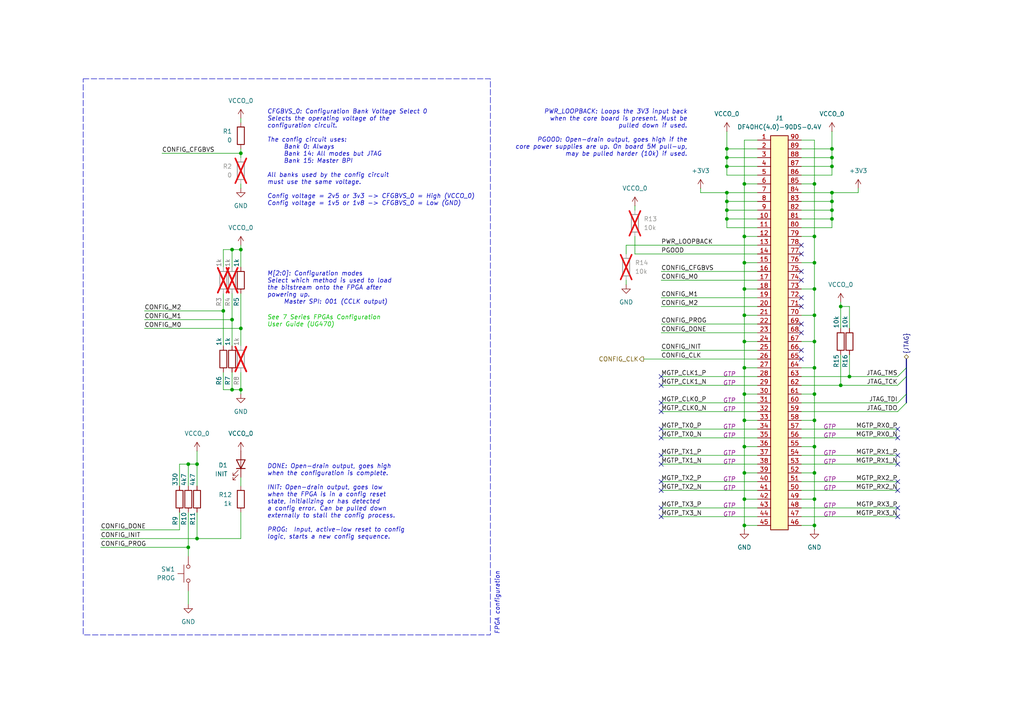
<source format=kicad_sch>
(kicad_sch (version 20250114) (generator "eeschema") (generator_version "9.0")
  (paper "A4")
  (title_block (title "nuku.carrier.template.basic") (date "2025-06-09") (rev "0") (company "Samuel López Asunción") (comment 1 "@supersmau"))
  (lib_symbols
    (symbol "DF40HC(4.0)-90DS-0.4V_1"
      (property "Reference" "J" (at 0 3.81 0))
      (property "Value" "DF40HC(4.0)-90DS-0.4V" (at 0 1.27 0))
      (symbol "DF40HC(4.0)-90DS-0.4V_1_0_1"
        (rectangle (start 0 0) (end 5.08 -114.3) (stroke (width 0.254)) (fill (type background)))
      )
      (symbol "DF40HC(4.0)-90DS-0.4V_1_1_1"
        (pin passive line (at -3.81 -1.27 0) (length 3.81) (name "") (number "1"))
        (pin passive line (at -3.81 -3.81 0) (length 3.81) (name "") (number "2"))
        (pin passive line (at -3.81 -6.35 0) (length 3.81) (name "") (number "3"))
        (pin passive line (at -3.81 -8.89 0) (length 3.81) (name "") (number "4"))
        (pin passive line (at -3.81 -11.43 0) (length 3.81) (name "") (number "5"))
        (pin passive line (at -3.81 -13.97 0) (length 3.81) (name "") (number "6"))
        (pin passive line (at -3.81 -16.51 0) (length 3.81) (name "") (number "7"))
        (pin passive line (at -3.81 -19.05 0) (length 3.81) (name "") (number "8"))
        (pin passive line (at -3.81 -21.59 0) (length 3.81) (name "") (number "9"))
        (pin passive line (at -3.81 -24.13 0) (length 3.81) (name "") (number "10"))
        (pin passive line (at -3.81 -26.67 0) (length 3.81) (name "") (number "11"))
        (pin passive line (at -3.81 -29.21 0) (length 3.81) (name "") (number "12"))
        (pin passive line (at -3.81 -31.75 0) (length 3.81) (name "") (number "13"))
        (pin passive line (at -3.81 -34.29 0) (length 3.81) (name "") (number "14"))
        (pin passive line (at -3.81 -36.83 0) (length 3.81) (name "") (number "15"))
        (pin passive line (at -3.81 -39.37 0) (length 3.81) (name "") (number "16"))
        (pin passive line (at -3.81 -41.91 0) (length 3.81) (name "") (number "17"))
        (pin passive line (at -3.81 -44.45 0) (length 3.81) (name "") (number "18"))
        (pin passive line (at -3.81 -46.99 0) (length 3.81) (name "") (number "19"))
        (pin passive line (at -3.81 -49.53 0) (length 3.81) (name "") (number "20"))
        (pin passive line (at -3.81 -52.07 0) (length 3.81) (name "") (number "21"))
        (pin passive line (at -3.81 -54.61 0) (length 3.81) (name "") (number "22"))
        (pin passive line (at -3.81 -57.15 0) (length 3.81) (name "") (number "23"))
        (pin passive line (at -3.81 -59.69 0) (length 3.81) (name "") (number "24"))
        (pin passive line (at -3.81 -62.23 0) (length 3.81) (name "") (number "25"))
        (pin passive line (at -3.81 -64.77 0) (length 3.81) (name "") (number "26"))
        (pin passive line (at -3.81 -67.31 0) (length 3.81) (name "") (number "27"))
        (pin passive line (at -3.81 -69.85 0) (length 3.81) (name "") (number "28"))
        (pin passive line (at -3.81 -72.39 0) (length 3.81) (name "") (number "29"))
        (pin passive line (at -3.81 -74.93 0) (length 3.81) (name "") (number "30"))
        (pin passive line (at -3.81 -77.47 0) (length 3.81) (name "") (number "31"))
        (pin passive line (at -3.81 -80.01 0) (length 3.81) (name "") (number "32"))
        (pin passive line (at -3.81 -82.55 0) (length 3.81) (name "") (number "33"))
        (pin passive line (at -3.81 -85.09 0) (length 3.81) (name "") (number "34"))
        (pin passive line (at -3.81 -87.63 0) (length 3.81) (name "") (number "35"))
        (pin passive line (at -3.81 -90.17 0) (length 3.81) (name "") (number "36"))
        (pin passive line (at -3.81 -92.71 0) (length 3.81) (name "") (number "37"))
        (pin passive line (at -3.81 -95.25 0) (length 3.81) (name "") (number "38"))
        (pin passive line (at -3.81 -97.79 0) (length 3.81) (name "") (number "39"))
        (pin passive line (at -3.81 -100.33 0) (length 3.81) (name "") (number "40"))
        (pin passive line (at -3.81 -102.87 0) (length 3.81) (name "") (number "41"))
        (pin passive line (at -3.81 -105.41 0) (length 3.81) (name "") (number "42"))
        (pin passive line (at -3.81 -107.95 0) (length 3.81) (name "") (number "43"))
        (pin passive line (at -3.81 -110.49 0) (length 3.81) (name "") (number "44"))
        (pin passive line (at -3.81 -113.03 0) (length 3.81) (name "") (number "45"))
        (pin passive line (at 8.89 -1.27 180) (length 3.81) (name "") (number "90"))
        (pin passive line (at 8.89 -3.81 180) (length 3.81) (name "") (number "89"))
        (pin passive line (at 8.89 -6.35 180) (length 3.81) (name "") (number "88"))
        (pin passive line (at 8.89 -8.89 180) (length 3.81) (name "") (number "87"))
        (pin passive line (at 8.89 -11.43 180) (length 3.81) (name "") (number "86"))
        (pin passive line (at 8.89 -13.97 180) (length 3.81) (name "") (number "85"))
        (pin passive line (at 8.89 -16.51 180) (length 3.81) (name "") (number "84"))
        (pin passive line (at 8.89 -19.05 180) (length 3.81) (name "") (number "83"))
        (pin passive line (at 8.89 -21.59 180) (length 3.81) (name "") (number "82"))
        (pin passive line (at 8.89 -24.13 180) (length 3.81) (name "") (number "81"))
        (pin passive line (at 8.89 -26.67 180) (length 3.81) (name "") (number "80"))
        (pin passive line (at 8.89 -29.21 180) (length 3.81) (name "") (number "79"))
        (pin passive line (at 8.89 -31.75 180) (length 3.81) (name "") (number "78"))
        (pin passive line (at 8.89 -34.29 180) (length 3.81) (name "") (number "77"))
        (pin passive line (at 8.89 -36.83 180) (length 3.81) (name "") (number "76"))
        (pin passive line (at 8.89 -39.37 180) (length 3.81) (name "") (number "75"))
        (pin passive line (at 8.89 -41.91 180) (length 3.81) (name "") (number "74"))
        (pin passive line (at 8.89 -44.45 180) (length 3.81) (name "") (number "73"))
        (pin passive line (at 8.89 -46.99 180) (length 3.81) (name "") (number "72"))
        (pin passive line (at 8.89 -49.53 180) (length 3.81) (name "") (number "71"))
        (pin passive line (at 8.89 -52.07 180) (length 3.81) (name "") (number "70"))
        (pin passive line (at 8.89 -54.61 180) (length 3.81) (name "") (number "69"))
        (pin passive line (at 8.89 -57.15 180) (length 3.81) (name "") (number "68"))
        (pin passive line (at 8.89 -59.69 180) (length 3.81) (name "") (number "67"))
        (pin passive line (at 8.89 -62.23 180) (length 3.81) (name "") (number "66"))
        (pin passive line (at 8.89 -64.77 180) (length 3.81) (name "") (number "65"))
        (pin passive line (at 8.89 -67.31 180) (length 3.81) (name "") (number "64"))
        (pin passive line (at 8.89 -69.85 180) (length 3.81) (name "") (number "63"))
        (pin passive line (at 8.89 -72.39 180) (length 3.81) (name "") (number "62"))
        (pin passive line (at 8.89 -74.93 180) (length 3.81) (name "") (number "61"))
        (pin passive line (at 8.89 -77.47 180) (length 3.81) (name "") (number "60"))
        (pin passive line (at 8.89 -80.01 180) (length 3.81) (name "") (number "59"))
        (pin passive line (at 8.89 -82.55 180) (length 3.81) (name "") (number "58"))
        (pin passive line (at 8.89 -85.09 180) (length 3.81) (name "") (number "57"))
        (pin passive line (at 8.89 -87.63 180) (length 3.81) (name "") (number "56"))
        (pin passive line (at 8.89 -90.17 180) (length 3.81) (name "") (number "55"))
        (pin passive line (at 8.89 -92.71 180) (length 3.81) (name "") (number "54"))
        (pin passive line (at 8.89 -95.25 180) (length 3.81) (name "") (number "53"))
        (pin passive line (at 8.89 -97.79 180) (length 3.81) (name "") (number "52"))
        (pin passive line (at 8.89 -100.33 180) (length 3.81) (name "") (number "51"))
        (pin passive line (at 8.89 -102.87 180) (length 3.81) (name "") (number "50"))
        (pin passive line (at 8.89 -105.41 180) (length 3.81) (name "") (number "49"))
        (pin passive line (at 8.89 -107.95 180) (length 3.81) (name "") (number "48"))
        (pin passive line (at 8.89 -110.49 180) (length 3.81) (name "") (number "47"))
        (pin passive line (at 8.89 -113.03 180) (length 3.81) (name "") (number "46"))
      )
    )
    (symbol "Device:LED" (pin_numbers (hide yes)) (pin_names (offset 1.016) (hide yes))
      (property "Reference" "D" (at 0 2.54 0))
      (property "Value" "LED" (at 0 -2.54 0))
      (symbol "LED_0_1"
        (polyline (pts (xy -3.048 -0.762) (xy -4.572 -2.286) (xy -3.81 -2.286) (xy -4.572 -2.286) (xy -4.572 -1.524)))
        (polyline (pts (xy -1.778 -0.762) (xy -3.302 -2.286) (xy -2.54 -2.286) (xy -3.302 -2.286) (xy -3.302 -1.524)))
        (polyline (pts (xy -1.27 0) (xy 1.27 0)))
        (polyline (pts (xy -1.27 -1.27) (xy -1.27 1.27)) (stroke (width 0.254)))
        (polyline (pts (xy 1.27 -1.27) (xy 1.27 1.27) (xy -1.27 0) (xy 1.27 -1.27)) (stroke (width 0.254)))
      )
      (symbol "LED_1_1"
        (pin passive line (at -3.81 0 0) (length 2.54) (name "K") (number "1"))
        (pin passive line (at 3.81 0 180) (length 2.54) (name "A") (number "2"))
      )
    )
    (symbol "Device:R" (pin_numbers (hide yes)) (pin_names (offset 0))
      (property "Reference" "R" (at 2.032 0 90))
      (property "Value" "R" (at 0 0 90))
      (symbol "R_0_1"
        (rectangle (start -1.016 -2.54) (end 1.016 2.54) (stroke (width 0.254)))
      )
      (symbol "R_1_1"
        (pin passive line (at 0 3.81 270) (length 1.27) (name "~") (number "1"))
        (pin passive line (at 0 -3.81 90) (length 1.27) (name "~") (number "2"))
      )
    )
    (symbol "Switch:SW_Push" (pin_numbers (hide yes)) (pin_names (offset 1.016) (hide yes))
      (property "Reference" "SW" (at 1.27 2.54 0))
      (property "Value" "SW_Push" (at 0 -1.524 0))
      (symbol "SW_Push_0_1"
        (circle (center -2.032 0) (radius 0.508))
        (polyline (pts (xy 0 1.27) (xy 0 3.048)))
        (circle (center 2.032 0) (radius 0.508))
        (polyline (pts (xy 2.54 1.27) (xy -2.54 1.27)))
        (pin passive line (at -5.08 0 0) (length 2.54) (name "1") (number "1"))
        (pin passive line (at 5.08 0 180) (length 2.54) (name "2") (number "2"))
      )
    )
    (symbol "power:+3V3" (power) (pin_numbers (hide yes)) (pin_names (offset 0) (hide yes))
      (property "Value" "+3V3" (at 0 3.556 0))
      (symbol "+3V3_0_1"
        (polyline (pts (xy -0.762 1.27) (xy 0 2.54)))
        (polyline (pts (xy 0 2.54) (xy 0.762 1.27)))
        (polyline (pts (xy 0 0) (xy 0 2.54)))
      )
      (symbol "+3V3_1_1"
        (pin power_in line (at 0 0 90) (length 0) (name "~") (number "1"))
      )
    )
    (symbol "power:GND" (power) (pin_numbers (hide yes)) (pin_names (offset 0) (hide yes))
      (property "Value" "GND" (at 0 -3.81 0))
      (symbol "GND_0_1"
        (polyline (pts (xy 0 0) (xy 0 -1.27) (xy 1.27 -1.27) (xy 0 -2.54) (xy -1.27 -1.27) (xy 0 -1.27)))
      )
      (symbol "GND_1_1"
        (pin power_in line (at 0 0 270) (length 0) (name "~") (number "1"))
      )
    )
    (symbol "power:VCC" (power) (pin_numbers (hide yes)) (pin_names (offset 0) (hide yes))
      (property "Value" "VCC" (at 0 3.556 0))
      (symbol "VCC_0_1"
        (polyline (pts (xy -0.762 1.27) (xy 0 2.54)))
        (polyline (pts (xy 0 2.54) (xy 0.762 1.27)))
        (polyline (pts (xy 0 0) (xy 0 2.54)))
      )
      (symbol "VCC_1_1"
        (pin power_in line (at 0 0 90) (length 0) (name "~") (number "1"))
      )
    )
  )
  (rectangle (start 24.13 22.86) (end 142.24 184.15) (stroke (width 0) (type dash)))
  (text "M[2:0]: Configuration modes\nSelect which method is used to load\nthe bitstream onto the FPGA after\npowering up.\n	Master SPI: 001 (CCLK output)" (at 77.47 78.74 0) (effects (font (size 1.27 1.27) (italic yes)) (justify left top)))
  (text "FPGA configuration" (at 143.51 184.15 90) (effects (font (size 1.27 1.27) (italic yes)) (justify left top)))
  (text "See 7 Series FPGAs Configuration\nUser Guide (UG470)" (at 77.47 91.44 0) (effects (font (size 1.27 1.27) (italic yes)) (justify left top)))
  (text "DONE: Open-drain output, goes high\nwhen the configuration is complete.\n\nINIT: Open-drain output, goes low\nwhen the FPGA is in a config reset\nstate, initializing or has detected\na config error. Can be pulled down\nexternally to stall the config process.\n\nPROG:  Input, active-low reset to config\nlogic, starts a new config sequence." (at 77.47 134.62 0) (effects (font (size 1.27 1.27) (italic yes)) (justify left top)))
  (text "CFGBVS_0: Configuration Bank Voltage Select 0\nSelects the operating voltage of the\nconfiguration circuit.\n\nThe config circuit uses:\n	Bank 0: Always\n	Bank 14: All modes but JTAG\n	Bank 15: Master BPI\n\nAll banks used by the config circuit\nmust use the same voltage.\n\nConfig voltage = 2v5 or 3v3 -> CFGBVS_0 = High (VCCO_0)\nConfig voltage = 1v5 or 1v8 -> CFGBVS_0 = Low (GND)" (at 77.47 31.75 0) (effects (font (size 1.27 1.27) (italic yes)) (justify left top)))
  (text "PWR_LOOPBACK: Loops the 3V3 input back\nwhen the core board is present. Must be\npulled down if used.\n\nPGOOD: Open-drain output, goes high if the\ncore power supplies are up. On board 5M pull-up,\nmay be pulled harder (10k) if used." (at 199.39 31.75 0) (effects (font (size 1.27 1.27) (italic yes)) (justify right top)))
  (junction (at 210.82 58.42))
  (junction (at 215.9 83.82))
  (junction (at 67.31 113.03))
  (junction (at 210.82 63.5))
  (junction (at 236.22 137.16))
  (junction (at 236.22 129.54))
  (junction (at 215.9 137.16))
  (junction (at 215.9 121.92))
  (junction (at 54.61 134.62))
  (junction (at 236.22 83.82))
  (junction (at 215.9 106.68))
  (junction (at 236.22 53.34))
  (junction (at 236.22 152.4))
  (junction (at 241.3 63.5))
  (junction (at 236.22 144.78))
  (junction (at 236.22 121.92))
  (junction (at 210.82 60.96))
  (junction (at 210.82 48.26))
  (junction (at 215.9 114.3))
  (junction (at 215.9 152.4))
  (junction (at 57.15 134.62))
  (junction (at 69.85 95.25))
  (junction (at 236.22 76.2))
  (junction (at 241.3 58.42))
  (junction (at 241.3 60.96))
  (junction (at 210.82 43.18))
  (junction (at 215.9 76.2))
  (junction (at 236.22 91.44))
  (junction (at 215.9 99.06))
  (junction (at 69.85 113.03))
  (junction (at 69.85 72.39))
  (junction (at 236.22 106.68))
  (junction (at 215.9 91.44))
  (junction (at 241.3 43.18))
  (junction (at 236.22 99.06))
  (junction (at 64.77 90.17))
  (junction (at 210.82 45.72))
  (junction (at 241.3 48.26))
  (junction (at 236.22 114.3))
  (junction (at 215.9 68.58))
  (junction (at 243.84 111.76))
  (junction (at 67.31 72.39))
  (junction (at 215.9 53.34))
  (junction (at 69.85 44.45))
  (junction (at 215.9 129.54))
  (junction (at 57.15 156.21))
  (junction (at 236.22 68.58))
  (junction (at 210.82 55.88))
  (junction (at 246.38 109.22))
  (junction (at 54.61 158.75))
  (junction (at 67.31 92.71))
  (junction (at 241.3 55.88))
  (junction (at 215.9 144.78))
  (junction (at 241.3 45.72))
  (junction (at 243.84 88.9))
  (no_connect (at 191.77 124.46))
  (no_connect (at 260.35 142.24))
  (no_connect (at 232.41 71.12))
  (no_connect (at 191.77 134.62))
  (no_connect (at 191.77 111.76))
  (no_connect (at 232.41 73.66))
  (no_connect (at 232.41 81.28))
  (no_connect (at 191.77 132.08))
  (no_connect (at 260.35 127))
  (no_connect (at 232.41 93.98))
  (no_connect (at 260.35 139.7))
  (no_connect (at 232.41 101.6))
  (no_connect (at 260.35 132.08))
  (no_connect (at 191.77 147.32))
  (no_connect (at 260.35 149.86))
  (no_connect (at 191.77 149.86))
  (no_connect (at 191.77 127))
  (no_connect (at 232.41 104.14))
  (no_connect (at 191.77 142.24))
  (no_connect (at 191.77 139.7))
  (no_connect (at 191.77 109.22))
  (no_connect (at 232.41 96.52))
  (no_connect (at 260.35 124.46))
  (no_connect (at 191.77 116.84))
  (no_connect (at 232.41 78.74))
  (no_connect (at 260.35 147.32))
  (no_connect (at 232.41 88.9))
  (no_connect (at 191.77 119.38))
  (no_connect (at 260.35 134.62))
  (no_connect (at 232.41 86.36))
  (bus_entry (at 260.35 111.76) (size 2.54 -2.54))
  (bus_entry (at 260.35 109.22) (size 2.54 -2.54))
  (bus_entry (at 260.35 119.38) (size 2.54 -2.54))
  (bus_entry (at 260.35 116.84) (size 2.54 -2.54))
  (wire (pts (xy 210.82 58.42) (xy 210.82 60.96)))
  (wire (pts (xy 236.22 129.54) (xy 232.41 129.54)))
  (wire (pts (xy 219.71 50.8) (xy 210.82 50.8)))
  (wire (pts (xy 210.82 43.18) (xy 210.82 45.72)))
  (wire (pts (xy 210.82 63.5) (xy 210.82 66.04)))
  (wire (pts (xy 210.82 48.26) (xy 219.71 48.26)))
  (wire (pts (xy 215.9 53.34) (xy 215.9 40.64)))
  (wire (pts (xy 232.41 116.84) (xy 260.35 116.84)))
  (wire (pts (xy 232.41 48.26) (xy 241.3 48.26)))
  (wire (pts (xy 232.41 50.8) (xy 241.3 50.8)))
  (wire (pts (xy 232.41 111.76) (xy 243.84 111.76)))
  (wire (pts (xy 232.41 134.62) (xy 260.35 134.62)))
  (wire (pts (xy 191.77 81.28) (xy 219.71 81.28)))
  (wire (pts (xy 232.41 119.38) (xy 260.35 119.38)))
  (wire (pts (xy 191.77 124.46) (xy 219.71 124.46)))
  (wire (pts (xy 210.82 50.8) (xy 210.82 48.26)))
  (wire (pts (xy 52.07 153.67) (xy 29.21 153.67)))
  (wire (pts (xy 232.41 132.08) (xy 260.35 132.08)))
  (wire (pts (xy 232.41 127) (xy 260.35 127)))
  (wire (pts (xy 67.31 72.39) (xy 64.77 72.39)))
  (wire (pts (xy 69.85 95.25) (xy 69.85 100.33)))
  (wire (pts (xy 57.15 134.62) (xy 57.15 140.97)))
  (wire (pts (xy 236.22 106.68) (xy 236.22 114.3)))
  (wire (pts (xy 243.84 88.9) (xy 246.38 88.9)))
  (wire (pts (xy 241.3 58.42) (xy 241.3 55.88)))
  (wire (pts (xy 210.82 63.5) (xy 219.71 63.5)))
  (wire (pts (xy 232.41 66.04) (xy 241.3 66.04)))
  (wire (pts (xy 54.61 148.59) (xy 54.61 158.75)))
  (wire (pts (xy 203.2 54.61) (xy 203.2 55.88)))
  (wire (pts (xy 246.38 109.22) (xy 246.38 102.87)))
  (bus (pts (xy 262.89 104.14) (xy 262.89 106.68)))
  (wire (pts (xy 52.07 148.59) (xy 52.07 153.67)))
  (bus (pts (xy 262.89 114.3) (xy 262.89 116.84)))
  (wire (pts (xy 236.22 76.2) (xy 232.41 76.2)))
  (wire (pts (xy 241.3 60.96) (xy 241.3 58.42)))
  (wire (pts (xy 184.15 73.66) (xy 219.71 73.66)))
  (wire (pts (xy 236.22 137.16) (xy 236.22 144.78)))
  (wire (pts (xy 232.41 106.68) (xy 236.22 106.68)))
  (wire (pts (xy 191.77 93.98) (xy 219.71 93.98)))
  (wire (pts (xy 210.82 45.72) (xy 210.82 48.26)))
  (wire (pts (xy 236.22 121.92) (xy 236.22 129.54)))
  (wire (pts (xy 215.9 129.54) (xy 219.71 129.54)))
  (wire (pts (xy 215.9 68.58) (xy 219.71 68.58)))
  (wire (pts (xy 232.41 53.34) (xy 236.22 53.34)))
  (wire (pts (xy 54.61 158.75) (xy 54.61 161.29)))
  (wire (pts (xy 215.9 114.3) (xy 215.9 121.92)))
  (wire (pts (xy 191.77 127) (xy 219.71 127)))
  (wire (pts (xy 191.77 96.52) (xy 219.71 96.52)))
  (wire (pts (xy 191.77 132.08) (xy 219.71 132.08)))
  (wire (pts (xy 215.9 137.16) (xy 219.71 137.16)))
  (wire (pts (xy 67.31 113.03) (xy 69.85 113.03)))
  (wire (pts (xy 64.77 85.09) (xy 64.77 90.17)))
  (wire (pts (xy 54.61 171.45) (xy 54.61 175.26)))
  (wire (pts (xy 210.82 60.96) (xy 210.82 63.5)))
  (wire (pts (xy 191.77 139.7) (xy 219.71 139.7)))
  (bus (pts (xy 262.89 106.68) (xy 262.89 109.22)))
  (wire (pts (xy 232.41 63.5) (xy 241.3 63.5)))
  (wire (pts (xy 236.22 121.92) (xy 232.41 121.92)))
  (wire (pts (xy 67.31 92.71) (xy 67.31 100.33)))
  (wire (pts (xy 181.61 81.28) (xy 181.61 82.55)))
  (wire (pts (xy 241.3 45.72) (xy 241.3 48.26)))
  (wire (pts (xy 191.77 134.62) (xy 219.71 134.62)))
  (wire (pts (xy 69.85 43.18) (xy 69.85 44.45)))
  (wire (pts (xy 69.85 148.59) (xy 69.85 156.21)))
  (wire (pts (xy 41.91 95.25) (xy 69.85 95.25)))
  (wire (pts (xy 191.77 149.86) (xy 219.71 149.86)))
  (wire (pts (xy 191.77 109.22) (xy 219.71 109.22)))
  (wire (pts (xy 215.9 53.34) (xy 215.9 68.58)))
  (wire (pts (xy 215.9 121.92) (xy 219.71 121.92)))
  (wire (pts (xy 67.31 85.09) (xy 67.31 92.71)))
  (wire (pts (xy 67.31 107.95) (xy 67.31 113.03)))
  (wire (pts (xy 215.9 91.44) (xy 219.71 91.44)))
  (wire (pts (xy 236.22 68.58) (xy 232.41 68.58)))
  (wire (pts (xy 184.15 73.66) (xy 184.15 68.58)))
  (wire (pts (xy 191.77 86.36) (xy 219.71 86.36)))
  (wire (pts (xy 69.85 44.45) (xy 69.85 45.72)))
  (wire (pts (xy 246.38 109.22) (xy 260.35 109.22)))
  (wire (pts (xy 232.41 43.18) (xy 241.3 43.18)))
  (wire (pts (xy 215.9 106.68) (xy 215.9 114.3)))
  (wire (pts (xy 232.41 45.72) (xy 241.3 45.72)))
  (wire (pts (xy 191.77 147.32) (xy 219.71 147.32)))
  (wire (pts (xy 236.22 114.3) (xy 232.41 114.3)))
  (wire (pts (xy 243.84 111.76) (xy 260.35 111.76)))
  (wire (pts (xy 54.61 134.62) (xy 54.61 140.97)))
  (wire (pts (xy 215.9 152.4) (xy 219.71 152.4)))
  (wire (pts (xy 41.91 92.71) (xy 67.31 92.71)))
  (wire (pts (xy 184.15 59.69) (xy 184.15 60.96)))
  (wire (pts (xy 236.22 91.44) (xy 236.22 83.82)))
  (wire (pts (xy 243.84 88.9) (xy 243.84 95.25)))
  (wire (pts (xy 52.07 134.62) (xy 52.07 140.97)))
  (wire (pts (xy 186.69 104.14) (xy 219.71 104.14)))
  (wire (pts (xy 236.22 99.06) (xy 232.41 99.06)))
  (wire (pts (xy 236.22 99.06) (xy 236.22 91.44)))
  (wire (pts (xy 64.77 90.17) (xy 64.77 100.33)))
  (wire (pts (xy 210.82 60.96) (xy 219.71 60.96)))
  (wire (pts (xy 69.85 113.03) (xy 69.85 114.3)))
  (wire (pts (xy 191.77 78.74) (xy 219.71 78.74)))
  (wire (pts (xy 236.22 40.64) (xy 236.22 53.34)))
  (wire (pts (xy 57.15 134.62) (xy 54.61 134.62)))
  (wire (pts (xy 191.77 142.24) (xy 219.71 142.24)))
  (wire (pts (xy 54.61 134.62) (xy 52.07 134.62)))
  (wire (pts (xy 210.82 66.04) (xy 219.71 66.04)))
  (wire (pts (xy 215.9 144.78) (xy 215.9 152.4)))
  (wire (pts (xy 57.15 148.59) (xy 57.15 156.21)))
  (wire (pts (xy 219.71 106.68) (xy 215.9 106.68)))
  (wire (pts (xy 57.15 156.21) (xy 29.21 156.21)))
  (wire (pts (xy 64.77 107.95) (xy 64.77 113.03)))
  (wire (pts (xy 215.9 40.64) (xy 219.71 40.64)))
  (wire (pts (xy 232.41 58.42) (xy 241.3 58.42)))
  (wire (pts (xy 236.22 91.44) (xy 232.41 91.44)))
  (wire (pts (xy 69.85 34.29) (xy 69.85 35.56)))
  (wire (pts (xy 210.82 38.1) (xy 210.82 43.18)))
  (wire (pts (xy 46.99 44.45) (xy 69.85 44.45)))
  (wire (pts (xy 191.77 119.38) (xy 219.71 119.38)))
  (wire (pts (xy 232.41 139.7) (xy 260.35 139.7)))
  (wire (pts (xy 69.85 156.21) (xy 57.15 156.21)))
  (wire (pts (xy 181.61 71.12) (xy 219.71 71.12)))
  (wire (pts (xy 236.22 152.4) (xy 232.41 152.4)))
  (wire (pts (xy 215.9 121.92) (xy 215.9 129.54)))
  (wire (pts (xy 181.61 71.12) (xy 181.61 73.66)))
  (wire (pts (xy 69.85 85.09) (xy 69.85 95.25)))
  (wire (pts (xy 215.9 114.3) (xy 219.71 114.3)))
  (wire (pts (xy 210.82 43.18) (xy 219.71 43.18)))
  (wire (pts (xy 191.77 88.9) (xy 219.71 88.9)))
  (wire (pts (xy 67.31 113.03) (xy 64.77 113.03)))
  (wire (pts (xy 215.9 99.06) (xy 219.71 99.06)))
  (wire (pts (xy 236.22 53.34) (xy 236.22 68.58)))
  (wire (pts (xy 215.9 91.44) (xy 215.9 83.82)))
  (wire (pts (xy 210.82 58.42) (xy 219.71 58.42)))
  (wire (pts (xy 241.3 66.04) (xy 241.3 63.5)))
  (wire (pts (xy 243.84 111.76) (xy 243.84 102.87)))
  (wire (pts (xy 215.9 53.34) (xy 219.71 53.34)))
  (wire (pts (xy 232.41 109.22) (xy 246.38 109.22)))
  (wire (pts (xy 241.3 55.88) (xy 232.41 55.88)))
  (wire (pts (xy 215.9 99.06) (xy 215.9 91.44)))
  (wire (pts (xy 203.2 55.88) (xy 210.82 55.88)))
  (wire (pts (xy 57.15 130.81) (xy 57.15 134.62)))
  (wire (pts (xy 246.38 88.9) (xy 246.38 95.25)))
  (wire (pts (xy 241.3 55.88) (xy 248.92 55.88)))
  (wire (pts (xy 210.82 45.72) (xy 219.71 45.72)))
  (wire (pts (xy 69.85 72.39) (xy 67.31 72.39)))
  (wire (pts (xy 236.22 99.06) (xy 236.22 106.68)))
  (wire (pts (xy 236.22 83.82) (xy 236.22 76.2)))
  (wire (pts (xy 69.85 138.43) (xy 69.85 140.97)))
  (wire (pts (xy 241.3 38.1) (xy 241.3 43.18)))
  (wire (pts (xy 215.9 144.78) (xy 219.71 144.78)))
  (wire (pts (xy 243.84 87.63) (xy 243.84 88.9)))
  (bus (pts (xy 262.89 109.22) (xy 262.89 114.3)))
  (wire (pts (xy 236.22 144.78) (xy 236.22 152.4)))
  (wire (pts (xy 236.22 76.2) (xy 236.22 68.58)))
  (wire (pts (xy 215.9 152.4) (xy 215.9 153.67)))
  (wire (pts (xy 215.9 129.54) (xy 215.9 137.16)))
  (wire (pts (xy 248.92 55.88) (xy 248.92 54.61)))
  (wire (pts (xy 215.9 99.06) (xy 215.9 106.68)))
  (wire (pts (xy 232.41 142.24) (xy 260.35 142.24)))
  (wire (pts (xy 54.61 158.75) (xy 29.21 158.75)))
  (wire (pts (xy 41.91 90.17) (xy 64.77 90.17)))
  (wire (pts (xy 241.3 43.18) (xy 241.3 45.72)))
  (wire (pts (xy 236.22 129.54) (xy 236.22 137.16)))
  (wire (pts (xy 241.3 63.5) (xy 241.3 60.96)))
  (wire (pts (xy 232.41 60.96) (xy 241.3 60.96)))
  (wire (pts (xy 215.9 83.82) (xy 215.9 76.2)))
  (wire (pts (xy 241.3 50.8) (xy 241.3 48.26)))
  (wire (pts (xy 236.22 152.4) (xy 236.22 153.67)))
  (wire (pts (xy 67.31 72.39) (xy 67.31 77.47)))
  (wire (pts (xy 210.82 55.88) (xy 219.71 55.88)))
  (wire (pts (xy 232.41 124.46) (xy 260.35 124.46)))
  (wire (pts (xy 232.41 40.64) (xy 236.22 40.64)))
  (wire (pts (xy 215.9 83.82) (xy 219.71 83.82)))
  (wire (pts (xy 64.77 72.39) (xy 64.77 77.47)))
  (wire (pts (xy 69.85 71.12) (xy 69.85 72.39)))
  (wire (pts (xy 232.41 147.32) (xy 260.35 147.32)))
  (wire (pts (xy 191.77 101.6) (xy 219.71 101.6)))
  (wire (pts (xy 236.22 137.16) (xy 232.41 137.16)))
  (wire (pts (xy 236.22 83.82) (xy 232.41 83.82)))
  (wire (pts (xy 191.77 116.84) (xy 219.71 116.84)))
  (wire (pts (xy 69.85 107.95) (xy 69.85 113.03)))
  (wire (pts (xy 236.22 114.3) (xy 236.22 121.92)))
  (wire (pts (xy 69.85 72.39) (xy 69.85 77.47)))
  (wire (pts (xy 69.85 54.61) (xy 69.85 53.34)))
  (wire (pts (xy 232.41 144.78) (xy 236.22 144.78)))
  (wire (pts (xy 210.82 55.88) (xy 210.82 58.42)))
  (wire (pts (xy 215.9 76.2) (xy 219.71 76.2)))
  (wire (pts (xy 191.77 111.76) (xy 219.71 111.76)))
  (wire (pts (xy 215.9 137.16) (xy 215.9 144.78)))
  (wire (pts (xy 232.41 149.86) (xy 260.35 149.86)))
  (wire (pts (xy 215.9 76.2) (xy 215.9 68.58)))
  (label "MGTP_TX0_N" (at 191.77 127 0) (property "Netclass" "GTP" (at 213.36 127 0) (effects (font (italic yes)) (justify right bottom))))
  (label "MGTP_TX3_N" (at 191.77 149.86 0) (property "Netclass" "GTP" (at 213.36 149.86 0) (effects (font (italic yes)) (justify right bottom))))
  (label "CONFIG_M1" (at 41.91 92.71 0))
  (label "MGTP_RX1_P" (at 260.35 132.08 180) (property "Netclass" "GTP" (at 238.76 132.08 0) (effects (font (italic yes)) (justify left bottom))))
  (label "MGTP_RX0_N" (at 260.35 127 180) (property "Netclass" "GTP" (at 238.76 127 0) (effects (font (italic yes)) (justify left bottom))))
  (label "CONFIG_M0" (at 41.91 95.25 0))
  (label "CONFIG_CLK" (at 191.77 104.14 0))
  (label "MGTP_TX2_P" (at 191.77 139.7 0) (property "Netclass" "GTP" (at 213.36 139.7 0) (effects (font (italic yes)) (justify right bottom))))
  (label "CONFIG_INIT" (at 29.21 156.21 0))
  (label "MGTP_RX1_N" (at 260.35 134.62 180) (property "Netclass" "GTP" (at 238.76 134.62 0) (effects (font (italic yes)) (justify left bottom))))
  (label "CONFIG_M0" (at 191.77 81.28 0))
  (label "JTAG_TDI" (at 260.35 116.84 180))
  (label "MGTP_CLK1_P" (at 191.77 109.22 0) (property "Netclass" "GTP" (at 213.36 109.22 0) (effects (font (italic yes)) (justify right bottom))))
  (label "CONFIG_CFGBVS" (at 191.77 78.74 0))
  (label "CONFIG_M1" (at 191.77 86.36 0))
  (label "JTAG_TDO" (at 260.35 119.38 180))
  (label "CONFIG_PROG" (at 29.21 158.75 0))
  (label "MGTP_RX3_P" (at 260.35 147.32 180) (property "Netclass" "GTP" (at 238.76 147.32 0) (effects (font (italic yes)) (justify left bottom))))
  (label "CONFIG_CFGBVS" (at 46.99 44.45 0))
  (label "CONFIG_DONE" (at 29.21 153.67 0))
  (label "MGTP_RX0_P" (at 260.35 124.46 180) (property "Netclass" "GTP" (at 238.76 124.46 0) (effects (font (italic yes)) (justify left bottom))))
  (label "PGOOD" (at 191.77 73.66 0))
  (label "MGTP_TX2_N" (at 191.77 142.24 0) (property "Netclass" "GTP" (at 213.36 142.24 0) (effects (font (italic yes)) (justify right bottom))))
  (label "CONFIG_INIT" (at 191.77 101.6 0))
  (label "JTAG_TMS" (at 260.35 109.22 180))
  (label "MGTP_CLK0_N" (at 191.77 119.38 0) (property "Netclass" "GTP" (at 213.36 119.38 0) (effects (font (italic yes)) (justify right bottom))))
  (label "MGTP_CLK0_P" (at 191.77 116.84 0) (property "Netclass" "GTP" (at 213.36 116.84 0) (effects (font (italic yes)) (justify right bottom))))
  (label "MGTP_TX1_N" (at 191.77 134.62 0) (property "Netclass" "GTP" (at 213.36 134.62 0) (effects (font (italic yes)) (justify right bottom))))
  (label "PWR_LOOPBACK" (at 191.77 71.12 0))
  (label "MGTP_TX0_P" (at 191.77 124.46 0) (property "Netclass" "GTP" (at 213.36 124.46 0) (effects (font (italic yes)) (justify right bottom))))
  (label "MGTP_TX1_P" (at 191.77 132.08 0) (property "Netclass" "GTP" (at 213.36 132.08 0) (effects (font (italic yes)) (justify right bottom))))
  (label "MGTP_TX3_P" (at 191.77 147.32 0) (property "Netclass" "GTP" (at 213.36 147.32 0) (effects (font (italic yes)) (justify right bottom))))
  (label "CONFIG_M2" (at 41.91 90.17 0))
  (label "MGTP_RX2_P" (at 260.35 139.7 180) (property "Netclass" "GTP" (at 238.76 139.7 0) (effects (font (italic yes)) (justify left bottom))))
  (label "JTAG_TCK" (at 260.35 111.76 180))
  (label "MGTP_RX3_N" (at 260.35 149.86 180) (property "Netclass" "GTP" (at 238.76 149.86 0) (effects (font (italic yes)) (justify left bottom))))
  (label "MGTP_CLK1_N" (at 191.77 111.76 0) (property "Netclass" "GTP" (at 213.36 111.76 0) (effects (font (italic yes)) (justify right bottom))))
  (label "CONFIG_DONE" (at 191.77 96.52 0))
  (label "MGTP_RX2_N" (at 260.35 142.24 180) (property "Netclass" "GTP" (at 238.76 142.24 0) (effects (font (italic yes)) (justify left bottom))))
  (label "CONFIG_M2" (at 191.77 88.9 0))
  (label "CONFIG_PROG" (at 191.77 93.98 0))
  (hierarchical_label "CONFIG_CLK" (shape output) (at 186.69 104.14 180))
  (hierarchical_label "{JTAG}" (shape bidirectional) (at 262.89 104.14 90))
  (symbol (lib_id "power:VCC") (at 241.3 38.1 0) (unit 1)
    (property "Reference" "#PWR0110" (effects (hide yes)))
    (property "Value" "VCCO_0" (at 241.3 33.02 0))
    (property "Description" "Power symbol creates a global label with name \"VCC\"" (effects (hide yes)))
  )
  (symbol (lib_id "power:VCC") (at 69.85 34.29 0) (mirror y) (unit 1)
    (property "Reference" "#PWR0119" (effects (hide yes)))
    (property "Value" "VCCO_0" (at 69.85 29.21 0))
    (property "Description" "Power symbol creates a global label with name \"VCC\"" (effects (hide yes)))
  )
  (symbol (lib_id "power:VCC") (at 210.82 38.1 0) (unit 1)
    (property "Reference" "#PWR0111" (effects (hide yes)))
    (property "Value" "VCCO_0" (at 210.82 33.02 0))
    (property "Description" "Power symbol creates a global label with name \"VCC\"" (effects (hide yes)))
  )
  (symbol (lib_id "Device:R") (at 181.61 77.47 180) (unit 1) (in_bom no) (on_board no) (dnp yes)
    (property "Reference" "R14" (at 184.15 76.1999 0) (effects (justify right)))
    (property "Value" "10k" (at 184.15 78.7399 0) (effects (justify right)))
    (property "Footprint" "Resistor_SMD:R_0402_1005Metric" (effects (hide yes)))
    (property "Description" "Resistor" (effects (hide yes)))
    (property "LCSC" "C25744" (effects (hide yes)))
  )
  (symbol (lib_id "Device:R") (at 69.85 49.53 0) (unit 1) (in_bom no) (on_board no) (dnp yes)
    (property "Reference" "R2" (at 67.31 48.2599 0) (effects (justify right)))
    (property "Value" "0" (at 67.31 50.7999 0) (effects (justify right)))
    (property "Footprint" "Resistor_SMD:R_0402_1005Metric" (effects (hide yes)))
    (property "Description" "Resistor" (effects (hide yes)))
    (property "LCSC" "C17168" (effects (hide yes)))
  )
  (symbol (lib_id "Device:R") (at 246.38 99.06 180) (unit 1)
    (property "Reference" "R16" (at 245.11 106.68 90) (effects (justify right)))
    (property "Value" "10k" (at 245.11 95.25 90) (effects (justify right)))
    (property "Footprint" "Resistor_SMD:R_0402_1005Metric" (effects (hide yes)))
    (property "Description" "Resistor" (effects (hide yes)))
    (property "LCSC" "C25744" (effects (hide yes)))
  )
  (symbol (lib_id "power:GND") (at 181.61 82.55 0) (unit 1)
    (property "Reference" "#PWR0117" (effects (hide yes)))
    (property "Value" "GND" (at 181.61 87.63 0))
    (property "Description" "Power symbol creates a global label with name \"GND\" , ground" (effects (hide yes)))
  )
  (symbol (lib_id "Device:R") (at 69.85 144.78 0) (mirror x) (unit 1)
    (property "Reference" "R12" (at 67.31 143.5099 0) (effects (justify right)))
    (property "Value" "1k" (at 67.31 146.0499 0) (effects (justify right)))
    (property "Footprint" "Resistor_SMD:R_0402_1005Metric" (effects (hide yes)))
    (property "Description" "Resistor" (effects (hide yes)))
    (property "LCSC" "C11702" (effects (hide yes)))
  )
  (symbol (lib_id "Device:R") (at 64.77 104.14 180) (unit 1)
    (property "Reference" "R6" (at 63.5 111.76 90) (effects (justify right)))
    (property "Value" "1k" (at 63.5 100.33 90) (effects (justify right)))
    (property "Footprint" "Resistor_SMD:R_0402_1005Metric" (effects (hide yes)))
    (property "Description" "Resistor" (effects (hide yes)))
    (property "LCSC" "C11702" (effects (hide yes)))
  )
  (symbol (lib_id "power:GND") (at 215.9 153.67 0) (unit 1)
    (property "Reference" "#PWR0108" (effects (hide yes)))
    (property "Value" "GND" (at 215.9 158.75 0))
    (property "Description" "Power symbol creates a global label with name \"GND\" , ground" (effects (hide yes)))
  )
  (symbol (lib_id "power:GND") (at 54.61 175.26 0) (unit 1)
    (property "Reference" "#PWR0121" (effects (hide yes)))
    (property "Value" "GND" (at 54.61 180.34 0))
    (property "Description" "Power symbol creates a global label with name \"GND\" , ground" (effects (hide yes)))
  )
  (symbol (lib_id "Device:R") (at 184.15 64.77 180) (unit 1) (in_bom no) (on_board no) (dnp yes)
    (property "Reference" "R13" (at 186.69 63.4999 0) (effects (justify right)))
    (property "Value" "10k" (at 186.69 66.0399 0) (effects (justify right)))
    (property "Footprint" "Resistor_SMD:R_0402_1005Metric" (effects (hide yes)))
    (property "Description" "Resistor" (effects (hide yes)))
    (property "LCSC" "C25744" (effects (hide yes)))
  )
  (symbol (lib_id "Device:R") (at 57.15 144.78 180) (unit 1)
    (property "Reference" "R11" (at 55.88 152.4 90) (effects (justify right)))
    (property "Value" "4k7" (at 55.88 140.97 90) (effects (justify right)))
    (property "Footprint" "Resistor_SMD:R_0402_1005Metric" (effects (hide yes)))
    (property "Description" "Resistor" (effects (hide yes)))
    (property "LCSC" "C25900" (effects (hide yes)))
  )
  (symbol (lib_id "power:+3V3") (at 69.85 130.81 0) (mirror y) (unit 1)
    (property "Reference" "#PWR0113" (effects (hide yes)))
    (property "Value" "VCCO_0" (at 69.85 125.73 0))
    (property "Description" "Power symbol creates a global label with name \"+3V3\"" (effects (hide yes)))
  )
  (symbol (lib_id "Device:R") (at 52.07 144.78 180) (unit 1)
    (property "Reference" "R9" (at 50.8 152.4 90) (effects (justify right)))
    (property "Value" "330" (at 50.8 140.97 90) (effects (justify right)))
    (property "Footprint" "Resistor_SMD:R_0402_1005Metric" (effects (hide yes)))
    (property "Description" "Resistor" (effects (hide yes)))
    (property "LCSC" "C25104" (effects (hide yes)))
  )
  (symbol (lib_id "Switch:SW_Push") (at 54.61 166.37 90) (unit 1)
    (property "Reference" "SW1" (at 50.8 165.0999 90) (effects (justify left)))
    (property "Value" "PROG" (at 50.8 167.6399 90) (effects (justify left)))
    (property "Footprint" "nuku:TS-1088-AR02016" (effects (hide yes)))
    (property "Datasheet" "https://jlcpcb.com/api/file/downloadByFileSystemAccessId/8588886944068096000" (effects (hide yes)))
    (property "Description" "Without 50mA 4mm 100MΩ 100000 Times 12V 160gf 3mm 2mm Round Button Standing paste SPST SMD Tactile Switches ROHS" (effects (hide yes)))
    (property "LCSC" "C720477" (effects (hide yes)))
  )
  (symbol (lib_id "power:VCC") (at 243.84 87.63 0) (unit 1)
    (property "Reference" "#PWR0101" (effects (hide yes)))
    (property "Value" "VCCO_0" (at 243.84 82.55 0))
    (property "Description" "Power symbol creates a global label with name \"VCC\"" (effects (hide yes)))
  )
  (symbol (lib_id "Device:R") (at 69.85 81.28 180) (unit 1)
    (property "Reference" "R5" (at 68.58 88.9 90) (effects (justify right)))
    (property "Value" "1k" (at 68.58 77.47 90) (effects (justify right)))
    (property "Footprint" "Resistor_SMD:R_0402_1005Metric" (effects (hide yes)))
    (property "Description" "Resistor" (effects (hide yes)))
    (property "LCSC" "C11702" (effects (hide yes)))
  )
  (symbol (lib_id "Device:R") (at 64.77 81.28 180) (unit 1) (in_bom no) (dnp yes)
    (property "Reference" "R3" (at 63.5 88.9 90) (effects (justify right)))
    (property "Value" "1k" (at 63.5 77.47 90) (effects (justify right)))
    (property "Footprint" "Resistor_SMD:R_0402_1005Metric" (effects (hide yes)))
    (property "Description" "Resistor" (effects (hide yes)))
    (property "LCSC" "C11702" (effects (hide yes)))
  )
  (symbol (lib_id "Device:R") (at 54.61 144.78 180) (unit 1)
    (property "Reference" "R10" (at 53.34 152.4 90) (effects (justify right)))
    (property "Value" "4k7" (at 53.34 140.97 90) (effects (justify right)))
    (property "Footprint" "Resistor_SMD:R_0402_1005Metric" (effects (hide yes)))
    (property "Description" "Resistor" (effects (hide yes)))
    (property "LCSC" "C25900" (effects (hide yes)))
  )
  (symbol (lib_id "power:+3V3") (at 69.85 71.12 0) (unit 1)
    (property "Reference" "#PWR0115" (effects (hide yes)))
    (property "Value" "VCCO_0" (at 69.85 66.04 0))
    (property "Description" "Power symbol creates a global label with name \"+3V3\"" (effects (hide yes)))
  )
  (symbol (lib_id "Device:LED") (at 69.85 134.62 270) (mirror x) (unit 1)
    (property "Reference" "D1" (at 66.04 134.9374 90) (effects (justify right)))
    (property "Value" "INIT" (at 66.04 137.4774 90) (effects (justify right)))
    (property "Footprint" "LED_SMD:LED_0805_2012Metric" (effects (hide yes)))
    (property "Description" "Light emitting diode" (effects (hide yes)))
    (property "LCSC" "C2297" (effects (hide yes)))
    (property "Sim.Pins" "1=K 2=A" (effects (hide yes)))
  )
  (symbol (lib_name "DF40HC(4.0)-90DS-0.4V_1") (lib_id "nuku:DF40HC(4.0)-90DS-0.4V") (at 223.52 39.37 0) (unit 1)
    (property "Reference" "J1" (at 226.06 34.29 0))
    (property "Value" "DF40HC(4.0)-90DS-0.4V" (at 226.06 36.83 0))
    (property "Footprint" "nuku:DF40HC(4.0)-90DS-0.4V" (effects (hide yes)))
    (property "Datasheet" "https://www.lcsc.com/datasheet/lcsc_datasheet_2006112253_HRS-Hirose-DF40HC-4-0-90DS-0-4V-51_C597947.pdf" (effects (hide yes)))
    (property "LCSC" "C597947" (effects (hide yes)))
  )
  (symbol (lib_id "power:GND") (at 69.85 54.61 0) (unit 1)
    (property "Reference" "#PWR0116" (effects (hide yes)))
    (property "Value" "GND" (at 69.85 59.69 0))
    (property "Description" "Power symbol creates a global label with name \"GND\" , ground" (effects (hide yes)))
  )
  (symbol (lib_id "power:VCC") (at 184.15 59.69 0) (unit 1)
    (property "Reference" "#PWR0118" (effects (hide yes)))
    (property "Value" "VCCO_0" (at 184.15 54.61 0))
    (property "Description" "Power symbol creates a global label with name \"VCC\"" (effects (hide yes)))
  )
  (symbol (lib_id "power:GND") (at 236.22 153.67 0) (mirror y) (unit 1)
    (property "Reference" "#PWR0107" (effects (hide yes)))
    (property "Value" "GND" (at 236.22 158.75 0))
    (property "Description" "Power symbol creates a global label with name \"GND\" , ground" (effects (hide yes)))
  )
  (symbol (lib_id "Device:R") (at 67.31 104.14 180) (unit 1)
    (property "Reference" "R7" (at 66.04 111.76 90) (effects (justify right)))
    (property "Value" "1k" (at 66.04 100.33 90) (effects (justify right)))
    (property "Footprint" "Resistor_SMD:R_0402_1005Metric" (effects (hide yes)))
    (property "Description" "Resistor" (effects (hide yes)))
    (property "LCSC" "C11702" (effects (hide yes)))
  )
  (symbol (lib_id "power:VCC") (at 57.15 130.81 0) (mirror y) (unit 1)
    (property "Reference" "#PWR0120" (effects (hide yes)))
    (property "Value" "VCCO_0" (at 57.15 125.73 0))
    (property "Description" "Power symbol creates a global label with name \"VCC\"" (effects (hide yes)))
  )
  (symbol (lib_id "Device:R") (at 67.31 81.28 180) (unit 1) (in_bom no) (dnp yes)
    (property "Reference" "R4" (at 66.04 88.9 90) (effects (justify right)))
    (property "Value" "1k" (at 66.04 77.47 90) (effects (justify right)))
    (property "Footprint" "Resistor_SMD:R_0402_1005Metric" (effects (hide yes)))
    (property "Description" "Resistor" (effects (hide yes)))
    (property "LCSC" "C11702" (effects (hide yes)))
  )
  (symbol (lib_id "power:GND") (at 69.85 114.3 0) (unit 1)
    (property "Reference" "#PWR0114" (effects (hide yes)))
    (property "Value" "GND" (at 69.85 119.38 0))
    (property "Description" "Power symbol creates a global label with name \"GND\" , ground" (effects (hide yes)))
  )
  (symbol (lib_id "power:+3V3") (at 203.2 54.61 0) (unit 1)
    (property "Reference" "#PWR0112" (effects (hide yes)))
    (property "Value" "+3V3" (at 203.2 49.53 0))
    (property "Description" "Power symbol creates a global label with name \"+3V3\"" (effects (hide yes)))
  )
  (symbol (lib_id "Device:R") (at 69.85 39.37 0) (unit 1)
    (property "Reference" "R1" (at 67.31 38.0999 0) (effects (justify right)))
    (property "Value" "0" (at 67.31 40.6399 0) (effects (justify right)))
    (property "Footprint" "Resistor_SMD:R_0402_1005Metric" (effects (hide yes)))
    (property "Description" "Resistor" (effects (hide yes)))
    (property "LCSC" "C17168" (effects (hide yes)))
  )
  (symbol (lib_id "power:+3V3") (at 248.92 54.61 0) (mirror y) (unit 1)
    (property "Reference" "#PWR0109" (effects (hide yes)))
    (property "Value" "+3V3" (at 248.92 49.53 0))
    (property "Description" "Power symbol creates a global label with name \"+3V3\"" (effects (hide yes)))
  )
  (symbol (lib_id "Device:R") (at 69.85 104.14 180) (unit 1) (in_bom no) (dnp yes)
    (property "Reference" "R8" (at 68.58 111.76 90) (effects (justify right)))
    (property "Value" "1k" (at 68.58 100.33 90) (effects (justify right)))
    (property "Footprint" "Resistor_SMD:R_0402_1005Metric" (effects (hide yes)))
    (property "Description" "Resistor" (effects (hide yes)))
    (property "LCSC" "C11702" (effects (hide yes)))
  )
  (symbol (lib_id "Device:R") (at 243.84 99.06 180) (unit 1)
    (property "Reference" "R15" (at 242.57 106.68 90) (effects (justify right)))
    (property "Value" "10k" (at 242.57 95.25 90) (effects (justify right)))
    (property "Footprint" "Resistor_SMD:R_0402_1005Metric" (effects (hide yes)))
    (property "Description" "Resistor" (effects (hide yes)))
    (property "LCSC" "C25744" (effects (hide yes)))
  )
)
</source>
